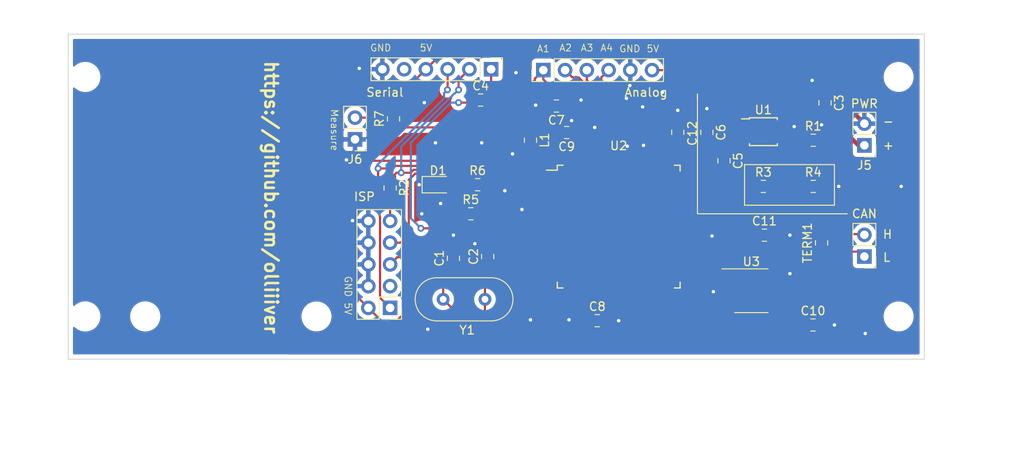
<source format=kicad_pcb>
(kicad_pcb (version 20171130) (host pcbnew "(5.1.5-0-10_14)")
  (layers (0 F.Cu signal) (31 B.Cu signal) (34 B.Paste user) (35 F.Paste user) (36 B.SilkS user) (37 F.SilkS user) (38 B.Mask user) (39 F.Mask user) (44 Edge.Cuts user))
  (net 0 "")
  (net 1 GND)
  (net 2 "Net-(C1-Pad1)")
  (net 3 "Net-(C2-Pad1)")
  (net 4 +12V)
  (net 5 "Net-(C4-Pad2)")
  (net 6 RESET)
  (net 7 +5V)
  (net 8 "Net-(C5-Pad1)")
  (net 9 "Net-(C7-Pad1)")
  (net 10 "Net-(C9-Pad2)")
  (net 11 "Net-(D1-Pad2)")
  (net 12 "Net-(J1-Pad5)")
  (net 13 RX)
  (net 14 TX)
  (net 15 "Net-(J2-Pad9)")
  (net 16 SCK)
  (net 17 "Net-(J2-Pad3)")
  (net 18 "Net-(J3-Pad4)")
  (net 19 "Net-(J3-Pad3)")
  (net 20 "Net-(J3-Pad2)")
  (net 21 "Net-(J4-Pad2)")
  (net 22 "Net-(J4-Pad1)")
  (net 23 "Net-(R1-Pad1)")
  (net 24 "Net-(R6-Pad2)")
  (net 25 "Net-(U1-Pad7)")
  (net 26 "Net-(U1-Pad6)")
  (net 27 "Net-(U1-Pad3)")
  (net 28 "Net-(U2-Pad57)")
  (net 29 "Net-(U2-Pad56)")
  (net 30 "Net-(U2-Pad55)")
  (net 31 "Net-(U2-Pad54)")
  (net 32 "Net-(U2-Pad51)")
  (net 33 "Net-(U2-Pad50)")
  (net 34 "Net-(U2-Pad49)")
  (net 35 "Net-(U2-Pad48)")
  (net 36 "Net-(U2-Pad47)")
  (net 37 "Net-(U2-Pad46)")
  (net 38 "Net-(U2-Pad45)")
  (net 39 "Net-(U2-Pad44)")
  (net 40 "Net-(U2-Pad43)")
  (net 41 "Net-(U2-Pad42)")
  (net 42 "Net-(U2-Pad41)")
  (net 43 "Net-(U2-Pad40)")
  (net 44 "Net-(U2-Pad39)")
  (net 45 "Net-(U2-Pad38)")
  (net 46 "Net-(U2-Pad37)")
  (net 47 "Net-(U2-Pad36)")
  (net 48 "Net-(U2-Pad35)")
  (net 49 "Net-(U2-Pad34)")
  (net 50 "Net-(U2-Pad33)")
  (net 51 "Net-(U2-Pad32)")
  (net 52 "Net-(U2-Pad31)")
  (net 53 "Net-(U2-Pad30)")
  (net 54 "Net-(U2-Pad29)")
  (net 55 "Net-(U2-Pad28)")
  (net 56 "Net-(U2-Pad27)")
  (net 57 "Net-(U2-Pad26)")
  (net 58 "Net-(U2-Pad25)")
  (net 59 "Net-(U2-Pad19)")
  (net 60 "Net-(U2-Pad18)")
  (net 61 "Net-(U2-Pad17)")
  (net 62 "Net-(U2-Pad16)")
  (net 63 "Net-(U2-Pad14)")
  (net 64 "Net-(U2-Pad13)")
  (net 65 "Net-(U2-Pad12)")
  (net 66 "Net-(U2-Pad10)")
  (net 67 "Net-(U2-Pad9)")
  (net 68 "Net-(U2-Pad8)")
  (net 69 "Net-(U2-Pad7)")
  (net 70 "Net-(U2-Pad6)")
  (net 71 "Net-(U2-Pad5)")
  (net 72 "Net-(U2-Pad4)")
  (net 73 "Net-(U2-Pad1)")
  (net 74 A1)
  (module Capacitor_SMD:C_0805_2012Metric_Pad1.15x1.40mm_HandSolder (layer F.Cu) (at 87.2 41.475 90)
    (fp_text reference C12 (at -0.125 1.7 90) (layer F.SilkS))
    (fp_text value 100nf)
    (pad 2 smd roundrect (at 1.025 0 90) (size 1.15 1.4) (layers F.Cu F.Paste F.Mask) (roundrect_rratio 0.217391) (net 1 GND))
    (pad 1 smd roundrect (at -1.025 0 90) (size 1.15 1.4) (layers F.Cu F.Paste F.Mask) (roundrect_rratio 0.217391) (net 7 +5V))
  )
  (module Resistor_SMD:R_0805_2012Metric_Pad1.15x1.40mm_HandSolder (layer F.Cu) (at 54 39.9 90)
    (fp_text reference R7 (at 0 -1.65 90) (layer F.SilkS))
    (fp_text value 1k)
    (pad 2 smd roundrect (at 1.025 0 90) (size 1.15 1.4) (layers F.Cu F.Paste F.Mask) (roundrect_rratio 0.217391) (net 7 +5V))
    (pad 1 smd roundrect (at -1.025 0 90) (size 1.15 1.4) (layers F.Cu F.Paste F.Mask) (roundrect_rratio 0.217391) (net 74 A1))
  )
  (module Connector_PinHeader_2.54mm:PinHeader_1x02_P2.54mm_Vertical (layer F.Cu) (at 49.5 42.3 180)
    (fp_text reference J6 (at 0 -2.33) (layer F.SilkS))
    (fp_text value Conn_01x02_Male)
    (pad 2 thru_hole oval (at 0 2.54 180) (size 1.7 1.7) (drill 1) (layers *.Cu *.Mask) (net 74 A1))
    (pad 1 thru_hole rect (at 0 0 180) (size 1.7 1.7) (drill 1) (layers *.Cu *.Mask) (net 1 GND))
  )
  (module Crystal:Crystal_HC49-4H_Vertical (layer F.Cu) (at 59.8 61)
    (fp_text reference Y1 (at 2.8 3.6) (layer F.SilkS))
    (fp_text value Crystal)
    (pad 2 thru_hole circle (at 4.88 0) (size 1.5 1.5) (drill 0.8) (layers *.Cu *.Mask) (net 3 "Net-(C2-Pad1)"))
    (pad 1 thru_hole circle (at 0 0) (size 1.5 1.5) (drill 0.8) (layers *.Cu *.Mask) (net 2 "Net-(C1-Pad1)"))
  )
  (module MountingHole:MountingHole_2.5mm (layer F.Cu) (at 45 63)
    (fp_text reference REF** hide)
    (fp_text value MountingHole_2.5mm hide)
    (pad 1 np_thru_hole circle (at 0 0) (size 2.5 2.5) (drill 2.5) (layers *.Cu *.Mask))
  )
  (module MountingHole:MountingHole_2.5mm (layer F.Cu) (at 25 63)
    (fp_text reference REF** hide)
    (fp_text value MountingHole_2.5mm hide)
    (pad 1 np_thru_hole circle (at 0 0) (size 2.5 2.5) (drill 2.5) (layers *.Cu *.Mask))
  )
  (module Package_QFP:TQFP-64_14x14mm_P0.8mm (layer F.Cu) (at 80.3 52.5)
    (fp_text reference U2 (at 0 -9.45) (layer F.SilkS))
    (fp_text value AT90CAN128-16AU)
    (pad 64 smd rect (at -6 -7.7 90) (size 1.5 0.55) (layers F.Cu F.Paste F.Mask) (net 10 "Net-(C9-Pad2)"))
    (pad 63 smd rect (at -5.2 -7.7 90) (size 1.5 0.55) (layers F.Cu F.Paste F.Mask) (net 1 GND))
    (pad 62 smd rect (at -4.4 -7.7 90) (size 1.5 0.55) (layers F.Cu F.Paste F.Mask) (net 9 "Net-(C7-Pad1)"))
    (pad 61 smd rect (at -3.6 -7.7 90) (size 1.5 0.55) (layers F.Cu F.Paste F.Mask) (net 74 A1))
    (pad 60 smd rect (at -2.8 -7.7 90) (size 1.5 0.55) (layers F.Cu F.Paste F.Mask) (net 20 "Net-(J3-Pad2)"))
    (pad 59 smd rect (at -2 -7.7 90) (size 1.5 0.55) (layers F.Cu F.Paste F.Mask) (net 19 "Net-(J3-Pad3)"))
    (pad 58 smd rect (at -1.2 -7.7 90) (size 1.5 0.55) (layers F.Cu F.Paste F.Mask) (net 18 "Net-(J3-Pad4)"))
    (pad 57 smd rect (at -0.4 -7.7 90) (size 1.5 0.55) (layers F.Cu F.Paste F.Mask) (net 28 "Net-(U2-Pad57)"))
    (pad 56 smd rect (at 0.4 -7.7 90) (size 1.5 0.55) (layers F.Cu F.Paste F.Mask) (net 29 "Net-(U2-Pad56)"))
    (pad 55 smd rect (at 1.2 -7.7 90) (size 1.5 0.55) (layers F.Cu F.Paste F.Mask) (net 30 "Net-(U2-Pad55)"))
    (pad 54 smd rect (at 2 -7.7 90) (size 1.5 0.55) (layers F.Cu F.Paste F.Mask) (net 31 "Net-(U2-Pad54)"))
    (pad 53 smd rect (at 2.8 -7.7 90) (size 1.5 0.55) (layers F.Cu F.Paste F.Mask) (net 1 GND))
    (pad 52 smd rect (at 3.6 -7.7 90) (size 1.5 0.55) (layers F.Cu F.Paste F.Mask) (net 7 +5V))
    (pad 51 smd rect (at 4.4 -7.7 90) (size 1.5 0.55) (layers F.Cu F.Paste F.Mask) (net 32 "Net-(U2-Pad51)"))
    (pad 50 smd rect (at 5.2 -7.7 90) (size 1.5 0.55) (layers F.Cu F.Paste F.Mask) (net 33 "Net-(U2-Pad50)"))
    (pad 49 smd rect (at 6 -7.7 90) (size 1.5 0.55) (layers F.Cu F.Paste F.Mask) (net 34 "Net-(U2-Pad49)"))
    (pad 48 smd rect (at 7.7 -6) (size 1.5 0.55) (layers F.Cu F.Paste F.Mask) (net 35 "Net-(U2-Pad48)"))
    (pad 47 smd rect (at 7.7 -5.2) (size 1.5 0.55) (layers F.Cu F.Paste F.Mask) (net 36 "Net-(U2-Pad47)"))
    (pad 46 smd rect (at 7.7 -4.4) (size 1.5 0.55) (layers F.Cu F.Paste F.Mask) (net 37 "Net-(U2-Pad46)"))
    (pad 45 smd rect (at 7.7 -3.6) (size 1.5 0.55) (layers F.Cu F.Paste F.Mask) (net 38 "Net-(U2-Pad45)"))
    (pad 44 smd rect (at 7.7 -2.8) (size 1.5 0.55) (layers F.Cu F.Paste F.Mask) (net 39 "Net-(U2-Pad44)"))
    (pad 43 smd rect (at 7.7 -2) (size 1.5 0.55) (layers F.Cu F.Paste F.Mask) (net 40 "Net-(U2-Pad43)"))
    (pad 42 smd rect (at 7.7 -1.2) (size 1.5 0.55) (layers F.Cu F.Paste F.Mask) (net 41 "Net-(U2-Pad42)"))
    (pad 41 smd rect (at 7.7 -0.4) (size 1.5 0.55) (layers F.Cu F.Paste F.Mask) (net 42 "Net-(U2-Pad41)"))
    (pad 40 smd rect (at 7.7 0.4) (size 1.5 0.55) (layers F.Cu F.Paste F.Mask) (net 43 "Net-(U2-Pad40)"))
    (pad 39 smd rect (at 7.7 1.2) (size 1.5 0.55) (layers F.Cu F.Paste F.Mask) (net 44 "Net-(U2-Pad39)"))
    (pad 38 smd rect (at 7.7 2) (size 1.5 0.55) (layers F.Cu F.Paste F.Mask) (net 45 "Net-(U2-Pad38)"))
    (pad 37 smd rect (at 7.7 2.8) (size 1.5 0.55) (layers F.Cu F.Paste F.Mask) (net 46 "Net-(U2-Pad37)"))
    (pad 36 smd rect (at 7.7 3.6) (size 1.5 0.55) (layers F.Cu F.Paste F.Mask) (net 47 "Net-(U2-Pad36)"))
    (pad 35 smd rect (at 7.7 4.4) (size 1.5 0.55) (layers F.Cu F.Paste F.Mask) (net 48 "Net-(U2-Pad35)"))
    (pad 34 smd rect (at 7.7 5.2) (size 1.5 0.55) (layers F.Cu F.Paste F.Mask) (net 49 "Net-(U2-Pad34)"))
    (pad 33 smd rect (at 7.7 6) (size 1.5 0.55) (layers F.Cu F.Paste F.Mask) (net 50 "Net-(U2-Pad33)"))
    (pad 32 smd rect (at 6 7.7 90) (size 1.5 0.55) (layers F.Cu F.Paste F.Mask) (net 51 "Net-(U2-Pad32)"))
    (pad 31 smd rect (at 5.2 7.7 90) (size 1.5 0.55) (layers F.Cu F.Paste F.Mask) (net 52 "Net-(U2-Pad31)"))
    (pad 30 smd rect (at 4.4 7.7 90) (size 1.5 0.55) (layers F.Cu F.Paste F.Mask) (net 53 "Net-(U2-Pad30)"))
    (pad 29 smd rect (at 3.6 7.7 90) (size 1.5 0.55) (layers F.Cu F.Paste F.Mask) (net 54 "Net-(U2-Pad29)"))
    (pad 28 smd rect (at 2.8 7.7 90) (size 1.5 0.55) (layers F.Cu F.Paste F.Mask) (net 55 "Net-(U2-Pad28)"))
    (pad 27 smd rect (at 2 7.7 90) (size 1.5 0.55) (layers F.Cu F.Paste F.Mask) (net 56 "Net-(U2-Pad27)"))
    (pad 26 smd rect (at 1.2 7.7 90) (size 1.5 0.55) (layers F.Cu F.Paste F.Mask) (net 57 "Net-(U2-Pad26)"))
    (pad 25 smd rect (at 0.4 7.7 90) (size 1.5 0.55) (layers F.Cu F.Paste F.Mask) (net 58 "Net-(U2-Pad25)"))
    (pad 24 smd rect (at -0.4 7.7 90) (size 1.5 0.55) (layers F.Cu F.Paste F.Mask) (net 2 "Net-(C1-Pad1)"))
    (pad 23 smd rect (at -1.2 7.7 90) (size 1.5 0.55) (layers F.Cu F.Paste F.Mask) (net 3 "Net-(C2-Pad1)"))
    (pad 22 smd rect (at -2 7.7 90) (size 1.5 0.55) (layers F.Cu F.Paste F.Mask) (net 1 GND))
    (pad 21 smd rect (at -2.8 7.7 90) (size 1.5 0.55) (layers F.Cu F.Paste F.Mask) (net 7 +5V))
    (pad 20 smd rect (at -3.6 7.7 90) (size 1.5 0.55) (layers F.Cu F.Paste F.Mask) (net 6 RESET))
    (pad 19 smd rect (at -4.4 7.7 90) (size 1.5 0.55) (layers F.Cu F.Paste F.Mask) (net 59 "Net-(U2-Pad19)"))
    (pad 18 smd rect (at -5.2 7.7 90) (size 1.5 0.55) (layers F.Cu F.Paste F.Mask) (net 60 "Net-(U2-Pad18)"))
    (pad 17 smd rect (at -6 7.7 90) (size 1.5 0.55) (layers F.Cu F.Paste F.Mask) (net 61 "Net-(U2-Pad17)"))
    (pad 16 smd rect (at -7.7 6) (size 1.5 0.55) (layers F.Cu F.Paste F.Mask) (net 62 "Net-(U2-Pad16)"))
    (pad 15 smd rect (at -7.7 5.2) (size 1.5 0.55) (layers F.Cu F.Paste F.Mask) (net 24 "Net-(R6-Pad2)"))
    (pad 14 smd rect (at -7.7 4.4) (size 1.5 0.55) (layers F.Cu F.Paste F.Mask) (net 63 "Net-(U2-Pad14)"))
    (pad 13 smd rect (at -7.7 3.6) (size 1.5 0.55) (layers F.Cu F.Paste F.Mask) (net 64 "Net-(U2-Pad13)"))
    (pad 12 smd rect (at -7.7 2.8) (size 1.5 0.55) (layers F.Cu F.Paste F.Mask) (net 65 "Net-(U2-Pad12)"))
    (pad 11 smd rect (at -7.7 2) (size 1.5 0.55) (layers F.Cu F.Paste F.Mask) (net 16 SCK))
    (pad 10 smd rect (at -7.7 1.2) (size 1.5 0.55) (layers F.Cu F.Paste F.Mask) (net 66 "Net-(U2-Pad10)"))
    (pad 9 smd rect (at -7.7 0.4) (size 1.5 0.55) (layers F.Cu F.Paste F.Mask) (net 67 "Net-(U2-Pad9)"))
    (pad 8 smd rect (at -7.7 -0.4) (size 1.5 0.55) (layers F.Cu F.Paste F.Mask) (net 68 "Net-(U2-Pad8)"))
    (pad 7 smd rect (at -7.7 -1.2) (size 1.5 0.55) (layers F.Cu F.Paste F.Mask) (net 69 "Net-(U2-Pad7)"))
    (pad 6 smd rect (at -7.7 -2) (size 1.5 0.55) (layers F.Cu F.Paste F.Mask) (net 70 "Net-(U2-Pad6)"))
    (pad 5 smd rect (at -7.7 -2.8) (size 1.5 0.55) (layers F.Cu F.Paste F.Mask) (net 71 "Net-(U2-Pad5)"))
    (pad 4 smd rect (at -7.7 -3.6) (size 1.5 0.55) (layers F.Cu F.Paste F.Mask) (net 72 "Net-(U2-Pad4)"))
    (pad 3 smd rect (at -7.7 -4.4) (size 1.5 0.55) (layers F.Cu F.Paste F.Mask) (net 14 TX))
    (pad 2 smd rect (at -7.7 -5.2) (size 1.5 0.55) (layers F.Cu F.Paste F.Mask) (net 13 RX))
    (pad 1 smd rect (at -7.7 -6) (size 1.5 0.55) (layers F.Cu F.Paste F.Mask) (net 73 "Net-(U2-Pad1)"))
  )
  (module MountingHole:MountingHole_2.5mm (layer F.Cu) (at 18 63)
    (fp_text reference REF** hide)
    (fp_text value MountingHole_2.5mm hide)
    (pad 1 np_thru_hole circle (at 0 0) (size 2.5 2.5) (drill 2.5) (layers *.Cu *.Mask))
  )
  (module MountingHole:MountingHole_2.5mm (layer F.Cu) (at 18 35)
    (fp_text reference REF** hide)
    (fp_text value MountingHole_2.5mm hide)
    (pad 1 np_thru_hole circle (at 0 0) (size 2.5 2.5) (drill 2.5) (layers *.Cu *.Mask))
  )
  (module MountingHole:MountingHole_2.5mm (layer F.Cu) (at 113 63)
    (fp_text reference REF** hide)
    (fp_text value MountingHole_2.5mm hide)
    (pad 1 np_thru_hole circle (at 0 0) (size 2.5 2.5) (drill 2.5) (layers *.Cu *.Mask))
  )
  (module MountingHole:MountingHole_2.5mm (layer F.Cu) (at 113 35)
    (fp_text reference REF** hide)
    (fp_text value MountingHole_2.5mm hide)
    (pad 1 np_thru_hole circle (at 0 0) (size 2.5 2.5) (drill 2.5) (layers *.Cu *.Mask))
  )
  (module Package_SO:SOIC-8_3.9x4.9mm_P1.27mm (layer F.Cu) (at 95.8 60)
    (fp_text reference U3 (at 0 -3.4) (layer F.SilkS))
    (fp_text value MCP2562-E-SN)
    (pad 8 smd roundrect (at 2.475 -1.905) (size 1.95 0.6) (layers F.Cu F.Paste F.Mask) (net 1 GND))
    (pad 7 smd roundrect (at 2.475 -0.635) (size 1.95 0.6) (layers F.Cu F.Paste F.Mask) (net 21 "Net-(J4-Pad2)"))
    (pad 6 smd roundrect (at 2.475 0.635) (size 1.95 0.6) (layers F.Cu F.Paste F.Mask) (net 22 "Net-(J4-Pad1)"))
    (pad 5 smd roundrect (at 2.475 1.905) (size 1.95 0.6) (layers F.Cu F.Paste F.Mask) (net 7 +5V))
    (pad 4 smd roundrect (at -2.475 1.905) (size 1.95 0.6) (layers F.Cu F.Paste F.Mask) (net 52 "Net-(U2-Pad31)"))
    (pad 3 smd roundrect (at -2.475 0.635) (size 1.95 0.6) (layers F.Cu F.Paste F.Mask) (net 7 +5V))
    (pad 2 smd roundrect (at -2.475 -0.635) (size 1.95 0.6) (layers F.Cu F.Paste F.Mask) (net 1 GND))
    (pad 1 smd roundrect (at -2.475 -1.905) (size 1.95 0.6) (layers F.Cu F.Paste F.Mask) (net 53 "Net-(U2-Pad30)"))
  )
  (module Package_SO:MSOP-8-1EP_3x3mm_P0.65mm_EP1.68x1.88mm (layer F.Cu) (at 97.2 41.4)
    (fp_text reference U1 (at 0 -2.55) (layer F.SilkS))
    (fp_text value LT3010)
    (pad 9 smd rect (at 0 0) (size 1.68 1.88) (layers F.Cu F.Mask) (net 1 GND))
    (pad 8 smd rect (at 2.105 -0.975) (size 0.89 0.42) (layers F.Cu F.Paste F.Mask) (net 4 +12V))
    (pad 7 smd rect (at 2.105 -0.325) (size 0.89 0.42) (layers F.Cu F.Paste F.Mask) (net 25 "Net-(U1-Pad7)"))
    (pad 6 smd rect (at 2.105 0.325) (size 0.89 0.42) (layers F.Cu F.Paste F.Mask) (net 26 "Net-(U1-Pad6)"))
    (pad 5 smd rect (at 2.105 0.975) (size 0.89 0.42) (layers F.Cu F.Paste F.Mask) (net 23 "Net-(R1-Pad1)"))
    (pad 4 smd rect (at -2.105 0.975) (size 0.89 0.42) (layers F.Cu F.Paste F.Mask) (net 1 GND))
    (pad 3 smd rect (at -2.105 0.325) (size 0.89 0.42) (layers F.Cu F.Paste F.Mask) (net 27 "Net-(U1-Pad3)"))
    (pad 2 smd rect (at -2.105 -0.325) (size 0.89 0.42) (layers F.Cu F.Paste F.Mask) (net 8 "Net-(C5-Pad1)"))
    (pad 1 smd rect (at -2.105 -0.975) (size 0.89 0.42) (layers F.Cu F.Paste F.Mask) (net 7 +5V))
  )
  (module Resistor_SMD:R_0805_2012Metric_Pad1.15x1.40mm_HandSolder (layer F.Cu) (at 104 54.4 90)
    (fp_text reference TERM1 (at 0 -1.65 90) (layer F.SilkS))
    (fp_text value 120)
    (pad 2 smd roundrect (at 1.025 0 90) (size 1.15 1.4) (layers F.Cu F.Paste F.Mask) (roundrect_rratio 0.217391) (net 21 "Net-(J4-Pad2)"))
    (pad 1 smd roundrect (at -1.025 0 90) (size 1.15 1.4) (layers F.Cu F.Paste F.Mask) (roundrect_rratio 0.217391) (net 22 "Net-(J4-Pad1)"))
  )
  (module Resistor_SMD:R_0805_2012Metric_Pad1.15x1.40mm_HandSolder (layer F.Cu) (at 63.825 47.6)
    (fp_text reference R6 (at 0 -1.65) (layer F.SilkS))
    (fp_text value 330)
    (pad 2 smd roundrect (at 1.025 0) (size 1.15 1.4) (layers F.Cu F.Paste F.Mask) (roundrect_rratio 0.217391) (net 24 "Net-(R6-Pad2)"))
    (pad 1 smd roundrect (at -1.025 0) (size 1.15 1.4) (layers F.Cu F.Paste F.Mask) (roundrect_rratio 0.217391) (net 11 "Net-(D1-Pad2)"))
  )
  (module Resistor_SMD:R_0805_2012Metric_Pad1.15x1.40mm_HandSolder (layer F.Cu) (at 63.025 51)
    (fp_text reference R5 (at 0 -1.65) (layer F.SilkS))
    (fp_text value 10k)
    (pad 2 smd roundrect (at 1.025 0) (size 1.15 1.4) (layers F.Cu F.Paste F.Mask) (roundrect_rratio 0.217391) (net 6 RESET))
    (pad 1 smd roundrect (at -1.025 0) (size 1.15 1.4) (layers F.Cu F.Paste F.Mask) (roundrect_rratio 0.217391) (net 7 +5V))
  )
  (module Resistor_SMD:R_0805_2012Metric_Pad1.15x1.40mm_HandSolder (layer F.Cu) (at 103.025 47.8)
    (fp_text reference R4 (at 0 -1.65) (layer F.SilkS))
    (fp_text value 169K)
    (pad 2 smd roundrect (at 1.025 0) (size 1.15 1.4) (layers F.Cu F.Paste F.Mask) (roundrect_rratio 0.217391) (net 1 GND))
    (pad 1 smd roundrect (at -1.025 0) (size 1.15 1.4) (layers F.Cu F.Paste F.Mask) (roundrect_rratio 0.217391) (net 8 "Net-(C5-Pad1)"))
  )
  (module Resistor_SMD:R_0805_2012Metric_Pad1.15x1.40mm_HandSolder (layer F.Cu) (at 97.2 47.8)
    (fp_text reference R3 (at 0 -1.65) (layer F.SilkS))
    (fp_text value 499K)
    (pad 2 smd roundrect (at 1.025 0) (size 1.15 1.4) (layers F.Cu F.Paste F.Mask) (roundrect_rratio 0.217391) (net 8 "Net-(C5-Pad1)"))
    (pad 1 smd roundrect (at -1.025 0) (size 1.15 1.4) (layers F.Cu F.Paste F.Mask) (roundrect_rratio 0.217391) (net 7 +5V))
  )
  (module Resistor_SMD:R_0805_2012Metric_Pad1.15x1.40mm_HandSolder (layer F.Cu) (at 53.6 47.975 270)
    (fp_text reference R2 (at 0 -1.65 90) (layer F.SilkS))
    (fp_text value 0)
    (pad 2 smd roundrect (at 1.025 0 270) (size 1.15 1.4) (layers F.Cu F.Paste F.Mask) (roundrect_rratio 0.217391) (net 15 "Net-(J2-Pad9)"))
    (pad 1 smd roundrect (at -1.025 0 270) (size 1.15 1.4) (layers F.Cu F.Paste F.Mask) (roundrect_rratio 0.217391) (net 14 TX))
  )
  (module Resistor_SMD:R_0805_2012Metric_Pad1.15x1.40mm_HandSolder (layer F.Cu) (at 103.025 42.4)
    (fp_text reference R1 (at 0 -1.65) (layer F.SilkS))
    (fp_text value 0)
    (pad 2 smd roundrect (at 1.025 0) (size 1.15 1.4) (layers F.Cu F.Paste F.Mask) (roundrect_rratio 0.217391) (net 4 +12V))
    (pad 1 smd roundrect (at -1.025 0) (size 1.15 1.4) (layers F.Cu F.Paste F.Mask) (roundrect_rratio 0.217391) (net 23 "Net-(R1-Pad1)"))
  )
  (module Inductor_SMD:L_0805_2012Metric_Pad1.15x1.40mm_HandSolder (layer F.Cu) (at 70 42.4 270)
    (fp_text reference L1 (at 0 -1.65 90) (layer F.SilkS))
    (fp_text value 10uH)
    (pad 2 smd roundrect (at 1.025 0 270) (size 1.15 1.4) (layers F.Cu F.Paste F.Mask) (roundrect_rratio 0.217391) (net 10 "Net-(C9-Pad2)"))
    (pad 1 smd roundrect (at -1.025 0 270) (size 1.15 1.4) (layers F.Cu F.Paste F.Mask) (roundrect_rratio 0.217391) (net 7 +5V))
  )
  (module Connector_PinHeader_2.54mm:PinHeader_1x02_P2.54mm_Vertical (layer F.Cu) (at 109 43 180)
    (fp_text reference J5 (at 0 -2.33) (layer F.SilkS))
    (fp_text value PWR (at 0 4.87) (layer F.SilkS))
    (pad 2 thru_hole oval (at 0 2.54 180) (size 1.7 1.7) (drill 1) (layers *.Cu *.Mask) (net 1 GND))
    (pad 1 thru_hole rect (at 0 0 180) (size 1.7 1.7) (drill 1) (layers *.Cu *.Mask) (net 4 +12V))
  )
  (module Connector_PinHeader_2.54mm:PinHeader_1x02_P2.54mm_Vertical (layer F.Cu) (at 109 56 180)
    (fp_text reference J4 hide)
    (fp_text value CAN (at 0 5) (layer F.SilkS))
    (pad 2 thru_hole oval (at 0 2.54 180) (size 1.7 1.7) (drill 1) (layers *.Cu *.Mask) (net 21 "Net-(J4-Pad2)"))
    (pad 1 thru_hole rect (at 0 0 180) (size 1.7 1.7) (drill 1) (layers *.Cu *.Mask) (net 22 "Net-(J4-Pad1)"))
  )
  (module Connector_PinHeader_2.54mm:PinHeader_1x06_P2.54mm_Vertical (layer F.Cu) (at 71.5 34.2 90)
    (fp_text reference J3)
    (fp_text value Analog (at -2.6 12 180) (layer F.SilkS))
    (pad 6 thru_hole oval (at 0 12.7 90) (size 1.7 1.7) (drill 1) (layers *.Cu *.Mask) (net 7 +5V))
    (pad 5 thru_hole oval (at 0 10.16 90) (size 1.7 1.7) (drill 1) (layers *.Cu *.Mask) (net 1 GND))
    (pad 4 thru_hole oval (at 0 7.62 90) (size 1.7 1.7) (drill 1) (layers *.Cu *.Mask) (net 18 "Net-(J3-Pad4)"))
    (pad 3 thru_hole oval (at 0 5.08 90) (size 1.7 1.7) (drill 1) (layers *.Cu *.Mask) (net 19 "Net-(J3-Pad3)"))
    (pad 2 thru_hole oval (at 0 2.54 90) (size 1.7 1.7) (drill 1) (layers *.Cu *.Mask) (net 20 "Net-(J3-Pad2)"))
    (pad 1 thru_hole rect (at 0 0 90) (size 1.7 1.7) (drill 1) (layers *.Cu *.Mask) (net 74 A1))
  )
  (module Connector_PinHeader_2.54mm:PinHeader_2x05_P2.54mm_Vertical (layer F.Cu) (at 53.6 62 180)
    (fp_text reference J2)
    (fp_text value ISP (at 3 13) (layer F.SilkS))
    (pad 10 thru_hole oval (at 2.54 10.16 180) (size 1.7 1.7) (drill 1) (layers *.Cu *.Mask) (net 1 GND))
    (pad 9 thru_hole oval (at 0 10.16 180) (size 1.7 1.7) (drill 1) (layers *.Cu *.Mask) (net 15 "Net-(J2-Pad9)"))
    (pad 8 thru_hole oval (at 2.54 7.62 180) (size 1.7 1.7) (drill 1) (layers *.Cu *.Mask) (net 1 GND))
    (pad 7 thru_hole oval (at 0 7.62 180) (size 1.7 1.7) (drill 1) (layers *.Cu *.Mask) (net 16 SCK))
    (pad 6 thru_hole oval (at 2.54 5.08 180) (size 1.7 1.7) (drill 1) (layers *.Cu *.Mask) (net 1 GND))
    (pad 5 thru_hole oval (at 0 5.08 180) (size 1.7 1.7) (drill 1) (layers *.Cu *.Mask) (net 6 RESET))
    (pad 4 thru_hole oval (at 2.54 2.54 180) (size 1.7 1.7) (drill 1) (layers *.Cu *.Mask) (net 1 GND))
    (pad 3 thru_hole oval (at 0 2.54 180) (size 1.7 1.7) (drill 1) (layers *.Cu *.Mask) (net 17 "Net-(J2-Pad3)"))
    (pad 2 thru_hole oval (at 2.54 0 180) (size 1.7 1.7) (drill 1) (layers *.Cu *.Mask) (net 7 +5V))
    (pad 1 thru_hole rect (at 0 0 180) (size 1.7 1.7) (drill 1) (layers *.Cu *.Mask) (net 13 RX))
  )
  (module Connector_PinHeader_2.54mm:PinHeader_1x06_P2.54mm_Vertical (layer F.Cu) (at 65.4 34.1 270)
    (fp_text reference J1)
    (fp_text value Serial (at 2.7 12.4 180) (layer F.SilkS))
    (pad 6 thru_hole oval (at 0 12.7 270) (size 1.7 1.7) (drill 1) (layers *.Cu *.Mask) (net 1 GND))
    (pad 5 thru_hole oval (at 0 10.16 270) (size 1.7 1.7) (drill 1) (layers *.Cu *.Mask) (net 12 "Net-(J1-Pad5)"))
    (pad 4 thru_hole oval (at 0 7.62 270) (size 1.7 1.7) (drill 1) (layers *.Cu *.Mask) (net 7 +5V))
    (pad 3 thru_hole oval (at 0 5.08 270) (size 1.7 1.7) (drill 1) (layers *.Cu *.Mask) (net 13 RX))
    (pad 2 thru_hole oval (at 0 2.54 270) (size 1.7 1.7) (drill 1) (layers *.Cu *.Mask) (net 14 TX))
    (pad 1 thru_hole rect (at 0 0 270) (size 1.7 1.7) (drill 1) (layers *.Cu *.Mask) (net 5 "Net-(C4-Pad2)"))
  )
  (module LED_SMD:LED_0805_2012Metric_Pad1.15x1.40mm_HandSolder (layer F.Cu) (at 59.2 47.6)
    (fp_text reference D1 (at 0 -1.65) (layer F.SilkS))
    (fp_text value LED)
    (pad 2 smd roundrect (at 1.025 0) (size 1.15 1.4) (layers F.Cu F.Paste F.Mask) (roundrect_rratio 0.217391) (net 11 "Net-(D1-Pad2)"))
    (pad 1 smd roundrect (at -1.025 0) (size 1.15 1.4) (layers F.Cu F.Paste F.Mask) (roundrect_rratio 0.217391) (net 1 GND))
  )
  (module Capacitor_SMD:C_0805_2012Metric_Pad1.15x1.40mm_HandSolder (layer F.Cu) (at 97.325 53.5)
    (fp_text reference C11 (at 0 -1.65) (layer F.SilkS))
    (fp_text value 100nf)
    (pad 2 smd roundrect (at 1.025 0) (size 1.15 1.4) (layers F.Cu F.Paste F.Mask) (roundrect_rratio 0.217391) (net 1 GND))
    (pad 1 smd roundrect (at -1.025 0) (size 1.15 1.4) (layers F.Cu F.Paste F.Mask) (roundrect_rratio 0.217391) (net 7 +5V))
  )
  (module Capacitor_SMD:C_0805_2012Metric_Pad1.15x1.40mm_HandSolder (layer F.Cu) (at 103 64)
    (fp_text reference C10 (at 0 -1.65) (layer F.SilkS))
    (fp_text value 100nf)
    (pad 2 smd roundrect (at 1.025 0) (size 1.15 1.4) (layers F.Cu F.Paste F.Mask) (roundrect_rratio 0.217391) (net 1 GND))
    (pad 1 smd roundrect (at -1.025 0) (size 1.15 1.4) (layers F.Cu F.Paste F.Mask) (roundrect_rratio 0.217391) (net 7 +5V))
  )
  (module Capacitor_SMD:C_0805_2012Metric_Pad1.15x1.40mm_HandSolder (layer F.Cu) (at 74.225 41.5 180)
    (fp_text reference C9 (at 0 -1.65) (layer F.SilkS))
    (fp_text value 100nf)
    (pad 2 smd roundrect (at 1.025 0 180) (size 1.15 1.4) (layers F.Cu F.Paste F.Mask) (roundrect_rratio 0.217391) (net 10 "Net-(C9-Pad2)"))
    (pad 1 smd roundrect (at -1.025 0 180) (size 1.15 1.4) (layers F.Cu F.Paste F.Mask) (roundrect_rratio 0.217391) (net 1 GND))
  )
  (module Capacitor_SMD:C_0805_2012Metric_Pad1.15x1.40mm_HandSolder (layer F.Cu) (at 77.8 63.5)
    (fp_text reference C8 (at 0 -1.65) (layer F.SilkS))
    (fp_text value 100nf)
    (pad 2 smd roundrect (at 1.025 0) (size 1.15 1.4) (layers F.Cu F.Paste F.Mask) (roundrect_rratio 0.217391) (net 1 GND))
    (pad 1 smd roundrect (at -1.025 0) (size 1.15 1.4) (layers F.Cu F.Paste F.Mask) (roundrect_rratio 0.217391) (net 7 +5V))
  )
  (module Capacitor_SMD:C_0805_2012Metric_Pad1.15x1.40mm_HandSolder (layer F.Cu) (at 73.025 38.4 180)
    (fp_text reference C7 (at 0 -1.65) (layer F.SilkS))
    (fp_text value 100nf)
    (pad 2 smd roundrect (at 1.025 0 180) (size 1.15 1.4) (layers F.Cu F.Paste F.Mask) (roundrect_rratio 0.217391) (net 1 GND))
    (pad 1 smd roundrect (at -1.025 0 180) (size 1.15 1.4) (layers F.Cu F.Paste F.Mask) (roundrect_rratio 0.217391) (net 9 "Net-(C7-Pad1)"))
  )
  (module Capacitor_SMD:C_0805_2012Metric_Pad1.15x1.40mm_HandSolder (layer F.Cu) (at 90.6 41.475 270)
    (fp_text reference C6 (at 0 -1.65 90) (layer F.SilkS))
    (fp_text value 1uF)
    (pad 2 smd roundrect (at 1.025 0 270) (size 1.15 1.4) (layers F.Cu F.Paste F.Mask) (roundrect_rratio 0.217391) (net 7 +5V))
    (pad 1 smd roundrect (at -1.025 0 270) (size 1.15 1.4) (layers F.Cu F.Paste F.Mask) (roundrect_rratio 0.217391) (net 1 GND))
  )
  (module Capacitor_SMD:C_0805_2012Metric_Pad1.15x1.40mm_HandSolder (layer F.Cu) (at 92.6 44.8 270)
    (fp_text reference C5 (at 0 -1.65 90) (layer F.SilkS))
    (fp_text value 220pf)
    (pad 2 smd roundrect (at 1.025 0 270) (size 1.15 1.4) (layers F.Cu F.Paste F.Mask) (roundrect_rratio 0.217391) (net 7 +5V))
    (pad 1 smd roundrect (at -1.025 0 270) (size 1.15 1.4) (layers F.Cu F.Paste F.Mask) (roundrect_rratio 0.217391) (net 8 "Net-(C5-Pad1)"))
  )
  (module Capacitor_SMD:C_0805_2012Metric_Pad1.15x1.40mm_HandSolder (layer F.Cu) (at 64.175 37.7)
    (fp_text reference C4 (at 0 -1.65) (layer F.SilkS))
    (fp_text value 100nf)
    (pad 2 smd roundrect (at 1.025 0) (size 1.15 1.4) (layers F.Cu F.Paste F.Mask) (roundrect_rratio 0.217391) (net 5 "Net-(C4-Pad2)"))
    (pad 1 smd roundrect (at -1.025 0) (size 1.15 1.4) (layers F.Cu F.Paste F.Mask) (roundrect_rratio 0.217391) (net 6 RESET))
  )
  (module Capacitor_SMD:C_0805_2012Metric_Pad1.15x1.40mm_HandSolder (layer F.Cu) (at 104.4 38.025 270)
    (fp_text reference C3 (at 0 -1.65 90) (layer F.SilkS))
    (fp_text value 1uF)
    (pad 2 smd roundrect (at 1.025 0 270) (size 1.15 1.4) (layers F.Cu F.Paste F.Mask) (roundrect_rratio 0.217391) (net 4 +12V))
    (pad 1 smd roundrect (at -1.025 0 270) (size 1.15 1.4) (layers F.Cu F.Paste F.Mask) (roundrect_rratio 0.217391) (net 1 GND))
  )
  (module Capacitor_SMD:C_0805_2012Metric_Pad1.15x1.40mm_HandSolder (layer F.Cu) (at 65 56 90)
    (fp_text reference C2 (at 0 -1.65 90) (layer F.SilkS))
    (fp_text value 22p)
    (pad 2 smd roundrect (at 1.025 0 90) (size 1.15 1.4) (layers F.Cu F.Paste F.Mask) (roundrect_rratio 0.217391) (net 1 GND))
    (pad 1 smd roundrect (at -1.025 0 90) (size 1.15 1.4) (layers F.Cu F.Paste F.Mask) (roundrect_rratio 0.217391) (net 3 "Net-(C2-Pad1)"))
  )
  (module Capacitor_SMD:C_0805_2012Metric_Pad1.15x1.40mm_HandSolder (layer F.Cu) (at 61 56.2 90)
    (fp_text reference C1 (at 0 -1.65 90) (layer F.SilkS))
    (fp_text value 22p)
    (pad 2 smd roundrect (at 1.025 0 90) (size 1.15 1.4) (layers F.Cu F.Paste F.Mask) (roundrect_rratio 0.217391) (net 1 GND))
    (pad 1 smd roundrect (at -1.025 0 90) (size 1.15 1.4) (layers F.Cu F.Paste F.Mask) (roundrect_rratio 0.217391) (net 2 "Net-(C1-Pad1)"))
  )
  (gr_line (start 89.5 37) (end 89.5 37.5) (layer F.SilkS) (width 0.12))
  (gr_line (start 89.5 51) (end 89.5 37) (layer F.SilkS) (width 0.12))
  (gr_line (start 107 51) (end 89.5 51) (layer F.SilkS) (width 0.12))
  (gr_text https://github.com/olliiiver (at 39.7 49.1 270) (layer F.SilkS) (effects (font (size 1.5 1.5) (thickness 0.3))))
  (gr_text 5V (at 48.7 62.1 270) (layer F.SilkS) (effects (font (size 0.8 0.8) (thickness 0.1))))
  (gr_text GND (at 48.7 59.5 270) (layer F.SilkS) (effects (font (size 0.8 0.8) (thickness 0.1))))
  (gr_text Measure (at 47.1 41.2 270) (layer F.SilkS) (effects (font (size 0.8 0.8) (thickness 0.1))))
  (gr_text A4 (at 78.9 31.6) (layer F.SilkS) (effects (font (size 0.8 0.8) (thickness 0.1))))
  (gr_text A3 (at 76.6 31.6) (layer F.SilkS) (effects (font (size 0.8 0.8) (thickness 0.1))))
  (gr_text A2 (at 74.1 31.6) (layer F.SilkS) (effects (font (size 0.8 0.8) (thickness 0.1))))
  (gr_text A1 (at 71.5 31.7) (layer F.SilkS) (effects (font (size 0.8 0.8) (thickness 0.1))))
  (gr_text GND (at 81.6 31.7) (layer F.SilkS) (effects (font (size 0.8 0.8) (thickness 0.1))))
  (gr_text 5V (at 84.3 31.7) (layer F.SilkS) (effects (font (size 0.8 0.8) (thickness 0.1))))
  (gr_text 5V (at 57.8 31.6) (layer F.SilkS) (effects (font (size 0.8 0.8) (thickness 0.1))))
  (gr_text GND (at 52.5 31.6) (layer F.SilkS) (effects (font (size 0.8 0.8) (thickness 0.1))))
  (gr_line (start 105.5 50) (end 105.5 45.25) (layer F.SilkS) (width 0.12))
  (gr_line (start 95 50) (end 105.5 50) (layer F.SilkS) (width 0.12))
  (gr_line (start 95 45.25) (end 95 50) (layer F.SilkS) (width 0.12))
  (gr_line (start 105.5 45.25) (end 95 45.25) (layer F.SilkS) (width 0.12))
  (gr_text L (at 111.6 56.1) (layer F.SilkS) (effects (font (size 1 1))))
  (gr_text "H\n" (at 111.7 53.4) (layer F.SilkS) (effects (font (size 1 1))))
  (gr_text - (at 111.8 40.2) (layer F.SilkS) (effects (font (size 1 1))))
  (gr_text + (at 111.8 43) (layer F.SilkS) (effects (font (size 1 1))))
  (gr_line (start 116 30) (end 116 68) (layer Edge.Cuts) (width 0.1))
  (gr_line (start 16 30) (end 116 30) (layer Edge.Cuts) (width 0.1))
  (gr_line (start 16 68) (end 16 30) (layer Edge.Cuts) (width 0.1))
  (gr_line (start 116 68) (end 16 68) (layer Edge.Cuts) (width 0.1))
  (via (at 100.3 53.5) (size 0.8) (drill 0.4) (layers F.Cu B.Cu) (net 1))
  (segment (start 78.3 62.275) (end 78.3 60.2) (width 0.25) (layer F.Cu) (net 1))
  (segment (start 78.825 62.8) (end 78.3 62.275) (width 0.25) (layer F.Cu) (net 1))
  (segment (start 78.825 63.5) (end 78.825 62.8) (width 0.25) (layer F.Cu) (net 1))
  (segment (start 100.3 53.5) (end 98.35 53.5) (width 0.25) (layer F.Cu) (net 1))
  (via (at 100.3 58) (size 0.8) (drill 0.4) (layers F.Cu B.Cu) (net 1))
  (segment (start 98.37 58) (end 98.275 58.095) (width 0.25) (layer F.Cu) (net 1))
  (segment (start 100.3 58) (end 98.37 58) (width 0.25) (layer F.Cu) (net 1))
  (via (at 105.5 64) (size 0.8) (drill 0.4) (layers F.Cu B.Cu) (net 1))
  (via (at 90.6 38.7) (size 0.8) (drill 0.4) (layers F.Cu B.Cu) (net 1))
  (via (at 80.3 63.5) (size 0.8) (drill 0.4) (layers F.Cu B.Cu) (net 1))
  (segment (start 78.825 63.5) (end 80.3 63.5) (width 0.25) (layer F.Cu) (net 1))
  (via (at 63.5 54.5) (size 0.8) (drill 0.4) (layers F.Cu B.Cu) (net 1))
  (via (at 61 53.5) (size 0.8) (drill 0.4) (layers F.Cu B.Cu) (net 1))
  (via (at 83.2 43) (size 0.8) (drill 0.4) (layers F.Cu B.Cu) (net 1))
  (via (at 74.8 40.1) (size 0.8) (drill 0.4) (layers F.Cu B.Cu) (net 1))
  (segment (start 83.1 43.1) (end 83.2 43) (width 0.25) (layer F.Cu) (net 1))
  (segment (start 83.1 44.8) (end 83.1 43.1) (width 0.25) (layer F.Cu) (net 1))
  (via (at 81.6 36) (size 0.8) (drill 0.4) (layers F.Cu B.Cu) (net 1))
  (segment (start 81.66 35.94) (end 81.6 36) (width 0.25) (layer F.Cu) (net 1))
  (segment (start 81.66 34.2) (end 81.66 35.94) (width 0.25) (layer F.Cu) (net 1))
  (via (at 70.6 38.3) (size 0.8) (drill 0.4) (layers F.Cu B.Cu) (net 1))
  (via (at 57 47.6) (size 0.8) (drill 0.4) (layers F.Cu B.Cu) (net 1))
  (via (at 49.2 51.8) (size 0.8) (drill 0.4) (layers F.Cu B.Cu) (net 1))
  (segment (start 51.02 51.8) (end 51.06 51.84) (width 0.25) (layer F.Cu) (net 1))
  (segment (start 49.2 51.8) (end 51.02 51.8) (width 0.25) (layer F.Cu) (net 1))
  (segment (start 51.06 51.84) (end 51.06 59.46) (width 0.25) (layer F.Cu) (net 1))
  (segment (start 97.2 41.5) (end 96.325 42.375) (width 0.25) (layer F.Cu) (net 1))
  (segment (start 97.2 41.4) (end 97.2 41.5) (width 0.25) (layer F.Cu) (net 1))
  (via (at 106 47.8) (size 0.8) (drill 0.4) (layers F.Cu B.Cu) (net 1))
  (segment (start 104.05 47.8) (end 106 47.8) (width 0.25) (layer F.Cu) (net 1))
  (via (at 91.2 53.6) (size 0.8) (drill 0.4) (layers F.Cu B.Cu) (net 1))
  (segment (start 97.2 40.05) (end 97.2 41.4) (width 0.25) (layer F.Cu) (net 1))
  (segment (start 100.25 37) (end 97.2 40.05) (width 0.25) (layer F.Cu) (net 1))
  (segment (start 104.4 37) (end 100.25 37) (width 0.25) (layer F.Cu) (net 1))
  (via (at 59.5 49.8) (size 0.8) (drill 0.4) (layers F.Cu B.Cu) (net 1))
  (via (at 50 34) (size 0.8) (drill 0.4) (layers F.Cu B.Cu) (net 1))
  (segment (start 50.1 34.1) (end 50 34) (width 0.25) (layer F.Cu) (net 1))
  (segment (start 52.7 34.1) (end 50.1 34.1) (width 0.25) (layer F.Cu) (net 1))
  (via (at 48.5 44.7) (size 0.8) (drill 0.4) (layers F.Cu B.Cu) (net 1))
  (segment (start 49.5 43.7) (end 49.5 42.3) (width 0.25) (layer F.Cu) (net 1))
  (segment (start 48.5 44.7) (end 49.5 43.7) (width 0.25) (layer F.Cu) (net 1))
  (via (at 57.6 38) (size 0.8) (drill 0.4) (layers F.Cu B.Cu) (net 1))
  (via (at 100.8 40.8) (size 0.8) (drill 0.4) (layers F.Cu B.Cu) (net 1))
  (segment (start 93.325 59.365) (end 92.10532 59.365) (width 0.25) (layer F.Cu) (net 1))
  (via (at 91.35926 60.11106) (size 0.8) (drill 0.4) (layers F.Cu B.Cu) (net 1))
  (segment (start 92.10532 59.365) (end 91.35926 60.11106) (width 0.25) (layer F.Cu) (net 1))
  (segment (start 56.8 47.6) (end 58.175 47.6) (width 0.25) (layer F.Cu) (net 1))
  (via (at 68.3 34.5) (size 0.8) (drill 0.4) (layers F.Cu B.Cu) (net 1))
  (via (at 58 64.5) (size 0.8) (drill 0.4) (layers F.Cu B.Cu) (net 1))
  (via (at 109.1 65) (size 0.8) (drill 0.4) (layers F.Cu B.Cu) (net 1))
  (via (at 102.9 35.4) (size 0.8) (drill 0.4) (layers F.Cu B.Cu) (net 1))
  (via (at 113.3 47.8) (size 0.8) (drill 0.4) (layers F.Cu B.Cu) (net 1))
  (segment (start 105.54 37) (end 104.4 37) (width 0.5) (layer F.Cu) (net 1))
  (segment (start 109 40.46) (end 105.54 37) (width 0.5) (layer F.Cu) (net 1))
  (segment (start 61 55.175) (end 61 53.5) (width 0.25) (layer F.Cu) (net 1))
  (segment (start 63.975 54.975) (end 63.5 54.5) (width 0.25) (layer F.Cu) (net 1))
  (segment (start 65 54.975) (end 63.975 54.975) (width 0.25) (layer F.Cu) (net 1))
  (via (at 67.9 44) (size 0.8) (drill 0.4) (layers F.Cu B.Cu) (net 1))
  (segment (start 70.7 38.4) (end 70.6 38.3) (width 0.25) (layer F.Cu) (net 1))
  (segment (start 72 38.4) (end 70.7 38.4) (width 0.25) (layer F.Cu) (net 1))
  (segment (start 75.25 40.55) (end 74.8 40.1) (width 0.25) (layer F.Cu) (net 1))
  (segment (start 75.25 41.5) (end 75.25 40.55) (width 0.25) (layer F.Cu) (net 1))
  (segment (start 75.2 44.7) (end 75.2 43) (width 0.25) (layer F.Cu) (net 1))
  (segment (start 75.1 44.8) (end 75.2 44.7) (width 0.25) (layer F.Cu) (net 1))
  (segment (start 75.2 41.55) (end 75.25 41.5) (width 0.25) (layer F.Cu) (net 1))
  (segment (start 75.2 43) (end 75.2 41.55) (width 0.25) (layer F.Cu) (net 1))
  (segment (start 75.2 43.2) (end 75.2 43) (width 0.25) (layer F.Cu) (net 1))
  (segment (start 90.6 38.7) (end 90.6 40.45) (width 0.25) (layer F.Cu) (net 1))
  (via (at 87.2 38.9) (size 0.8) (drill 0.4) (layers F.Cu B.Cu) (net 1))
  (segment (start 87.2 40.45) (end 87.2 38.9) (width 0.25) (layer F.Cu) (net 1))
  (via (at 81.3 43.1) (size 0.8) (drill 0.4) (layers F.Cu B.Cu) (net 1))
  (via (at 81.2 37.5) (size 0.8) (drill 0.4) (layers F.Cu B.Cu) (net 1))
  (via (at 85.4 36.8) (size 0.8) (drill 0.4) (layers F.Cu B.Cu) (net 1))
  (via (at 74.5 63.4) (size 0.8) (drill 0.4) (layers F.Cu B.Cu) (net 1))
  (via (at 70 63.4) (size 0.8) (drill 0.4) (layers F.Cu B.Cu) (net 1))
  (via (at 77.5 40.9) (size 0.8) (drill 0.4) (layers F.Cu B.Cu) (net 1))
  (via (at 75.9 37.7) (size 0.8) (drill 0.4) (layers F.Cu B.Cu) (net 1))
  (via (at 58.9 42.7) (size 0.8) (drill 0.4) (layers F.Cu B.Cu) (net 1))
  (via (at 64.3 42.7) (size 0.8) (drill 0.4) (layers F.Cu B.Cu) (net 1))
  (via (at 57.3 51) (size 0.8) (drill 0.4) (layers F.Cu B.Cu) (net 1))
  (via (at 67 48.3) (size 0.8) (drill 0.4) (layers F.Cu B.Cu) (net 1))
  (via (at 69 50.5) (size 0.8) (drill 0.4) (layers F.Cu B.Cu) (net 1))
  (via (at 83.1 38.5) (size 0.8) (drill 0.4) (layers F.Cu B.Cu) (net 1))
  (segment (start 105.5 64) (end 104.025 64) (width 0.25) (layer F.Cu) (net 1))
  (segment (start 96.325 42.375) (end 95.095 42.375) (width 0.25) (layer F.Cu) (net 1))
  (via (at 104 40.6) (size 0.8) (drill 0.4) (layers F.Cu B.Cu) (net 1))
  (segment (start 79.9 61.2) (end 79.9 60.2) (width 0.25) (layer F.Cu) (net 2))
  (segment (start 81.475011 62.775011) (end 79.9 61.2) (width 0.25) (layer F.Cu) (net 2))
  (segment (start 80.109412 65.4) (end 81.475011 64.034401) (width 0.25) (layer F.Cu) (net 2))
  (segment (start 81.475011 64.034401) (end 81.475011 62.775011) (width 0.25) (layer F.Cu) (net 2))
  (segment (start 64.2 65.4) (end 80.109412 65.4) (width 0.25) (layer F.Cu) (net 2))
  (segment (start 59.8 61) (end 64.2 65.4) (width 0.25) (layer F.Cu) (net 2))
  (segment (start 59.8 61) (end 59.6 61) (width 0.25) (layer F.Cu) (net 2))
  (segment (start 59.8 61) (end 60 60.8) (width 0.25) (layer F.Cu) (net 2))
  (segment (start 59.8 57.725) (end 60.3 57.225) (width 0.25) (layer F.Cu) (net 2))
  (segment (start 60.3 57.225) (end 61 57.225) (width 0.25) (layer F.Cu) (net 2))
  (segment (start 59.8 61) (end 59.8 57.725) (width 0.25) (layer F.Cu) (net 2))
  (segment (start 81.025001 63.125001) (end 79.1 61.2) (width 0.25) (layer F.Cu) (net 3))
  (segment (start 81.025001 63.848001) (end 81.025001 63.125001) (width 0.25) (layer F.Cu) (net 3))
  (segment (start 79.1 61.2) (end 79.1 60.2) (width 0.25) (layer F.Cu) (net 3))
  (segment (start 80.073002 64.8) (end 81.025001 63.848001) (width 0.25) (layer F.Cu) (net 3))
  (segment (start 66.2 64.8) (end 80.073002 64.8) (width 0.25) (layer F.Cu) (net 3))
  (segment (start 64.68 63.28) (end 66.2 64.8) (width 0.25) (layer F.Cu) (net 3))
  (segment (start 64.68 56.62) (end 64.68 63.28) (width 0.25) (layer F.Cu) (net 3))
  (segment (start 64.7375 56.5625) (end 64.68 56.62) (width 0.25) (layer F.Cu) (net 3))
  (segment (start 100.68 39.05) (end 99.305 40.425) (width 0.25) (layer F.Cu) (net 4))
  (segment (start 104.4 39.05) (end 100.68 39.05) (width 0.25) (layer F.Cu) (net 4))
  (segment (start 109 43) (end 108.9 43.1) (width 0.25) (layer F.Cu) (net 4))
  (segment (start 104.407999 39.1) (end 104.407999 39.057999) (width 0.5) (layer F.Cu) (net 4))
  (segment (start 104.407999 39.057999) (end 104.4 39.05) (width 0.5) (layer F.Cu) (net 4))
  (segment (start 108.307999 43) (end 104.407999 39.1) (width 0.5) (layer F.Cu) (net 4))
  (segment (start 109 43) (end 108.307999 43) (width 0.5) (layer F.Cu) (net 4))
  (segment (start 107.954 42.646001) (end 104.296001 42.646001) (width 0.25) (layer F.Cu) (net 4))
  (segment (start 104.296001 42.646001) (end 104.05 42.4) (width 0.25) (layer F.Cu) (net 4))
  (segment (start 108.307999 43) (end 107.954 42.646001) (width 0.25) (layer F.Cu) (net 4))
  (segment (start 65.4 37.5) (end 65.4 34.1) (width 0.25) (layer F.Cu) (net 5))
  (segment (start 65.2 37.7) (end 65.4 37.5) (width 0.25) (layer F.Cu) (net 5))
  (via (at 57.2 52.7) (size 0.8) (drill 0.4) (layers F.Cu B.Cu) (net 6))
  (segment (start 58.1 52.7) (end 58.3 52.9) (width 0.25) (layer F.Cu) (net 6))
  (segment (start 57.2 52.7) (end 58.1 52.7) (width 0.25) (layer F.Cu) (net 6))
  (via (at 61.6 38) (size 0.8) (drill 0.4) (layers F.Cu B.Cu) (net 6))
  (segment (start 60.7 38) (end 61.6 38) (width 0.25) (layer B.Cu) (net 6))
  (segment (start 56.025001 42.674999) (end 60.7 38) (width 0.25) (layer B.Cu) (net 6))
  (segment (start 56.025001 51.525001) (end 56.025001 42.674999) (width 0.25) (layer B.Cu) (net 6))
  (segment (start 57.2 52.7) (end 56.025001 51.525001) (width 0.25) (layer B.Cu) (net 6))
  (segment (start 62.85 38) (end 63.15 37.7) (width 0.25) (layer F.Cu) (net 6))
  (segment (start 61.6 38) (end 62.85 38) (width 0.25) (layer F.Cu) (net 6))
  (segment (start 65.6114 49.9886) (end 65.6114 49.97499) (width 0.25) (layer F.Cu) (net 6))
  (segment (start 64.6 51) (end 65.6114 49.9886) (width 0.25) (layer F.Cu) (net 6))
  (segment (start 64.05 51) (end 64.6 51) (width 0.25) (layer F.Cu) (net 6))
  (segment (start 61.43682 49.97499) (end 65.6114 49.97499) (width 0.25) (layer F.Cu) (net 6))
  (segment (start 58.51181 52.9) (end 61.43682 49.97499) (width 0.25) (layer F.Cu) (net 6))
  (segment (start 58.3 52.9) (end 58.51181 52.9) (width 0.25) (layer F.Cu) (net 6))
  (segment (start 54.449999 56.070001) (end 53.6 56.92) (width 0.25) (layer F.Cu) (net 6))
  (segment (start 55.341809 56.070001) (end 54.449999 56.070001) (width 0.25) (layer F.Cu) (net 6))
  (segment (start 58.3 53.11181) (end 55.341809 56.070001) (width 0.25) (layer F.Cu) (net 6))
  (segment (start 58.3 52.9) (end 58.3 53.11181) (width 0.25) (layer F.Cu) (net 6))
  (segment (start 76.6 61.3) (end 76.7 61.2) (width 0.25) (layer F.Cu) (net 6))
  (segment (start 70.8 60.6) (end 71.5 61.3) (width 0.25) (layer F.Cu) (net 6))
  (segment (start 71.5 61.3) (end 76.6 61.3) (width 0.25) (layer F.Cu) (net 6))
  (segment (start 76.7 61.2) (end 76.7 60.2) (width 0.25) (layer F.Cu) (net 6))
  (segment (start 70.8 54.8) (end 70.8 60.6) (width 0.25) (layer F.Cu) (net 6))
  (segment (start 65.97499 49.97499) (end 70.8 54.8) (width 0.25) (layer F.Cu) (net 6))
  (segment (start 65.6114 49.97499) (end 65.97499 49.97499) (width 0.25) (layer F.Cu) (net 6))
  (segment (start 77.5 62.075) (end 77.5 60.2) (width 0.25) (layer F.Cu) (net 7))
  (segment (start 76.775 62.8) (end 77.5 62.075) (width 0.25) (layer F.Cu) (net 7))
  (segment (start 76.775 63.5) (end 76.775 62.8) (width 0.25) (layer F.Cu) (net 7))
  (segment (start 98.42 62.05) (end 98.275 61.905) (width 0.25) (layer F.Cu) (net 7))
  (segment (start 94.3 60.635) (end 93.325 60.635) (width 0.25) (layer F.Cu) (net 7))
  (segment (start 96.3 53.5) (end 96.3 58.635) (width 0.25) (layer F.Cu) (net 7))
  (segment (start 98.275 61.905) (end 99.705 61.905) (width 0.25) (layer F.Cu) (net 7))
  (segment (start 99.705 61.905) (end 101.825 64.025) (width 0.25) (layer F.Cu) (net 7))
  (segment (start 92 47.6) (end 90.275001 45.875001) (width 0.25) (layer F.Cu) (net 7))
  (segment (start 90.275001 45.875001) (end 90.275001 42.875001) (width 0.25) (layer F.Cu) (net 7))
  (segment (start 97.3 61.905) (end 96.4 61.005) (width 0.25) (layer F.Cu) (net 7))
  (segment (start 98.275 61.905) (end 97.3 61.905) (width 0.25) (layer F.Cu) (net 7))
  (segment (start 96.4 61.005) (end 96.4 58.8) (width 0.25) (layer F.Cu) (net 7))
  (segment (start 96.4 58.8) (end 96.2 58.6) (width 0.25) (layer F.Cu) (net 7))
  (segment (start 96.2 58.6) (end 94.3 60.635) (width 0.25) (layer F.Cu) (net 7))
  (segment (start 96.3 58.635) (end 96.2 58.6) (width 0.25) (layer F.Cu) (net 7))
  (segment (start 87 34.2) (end 84.2 34.2) (width 0.25) (layer F.Cu) (net 7))
  (segment (start 52.86 63.8) (end 51.06 62) (width 0.25) (layer F.Cu) (net 7))
  (segment (start 54.085002 63.8) (end 52.86 63.8) (width 0.25) (layer F.Cu) (net 7))
  (segment (start 54.542501 63.342501) (end 54.085002 63.8) (width 0.25) (layer F.Cu) (net 7))
  (segment (start 92 47.6) (end 92 50.2) (width 0.25) (layer F.Cu) (net 7))
  (segment (start 92.6 47) (end 92.6 45.825) (width 0.25) (layer F.Cu) (net 7))
  (segment (start 92 47.6) (end 92.6 47) (width 0.25) (layer F.Cu) (net 7))
  (segment (start 93.4 47.8) (end 92.6 47) (width 0.25) (layer F.Cu) (net 7))
  (segment (start 96.175 47.8) (end 93.4 47.8) (width 0.25) (layer F.Cu) (net 7))
  (segment (start 86 31.6) (end 87 32.6) (width 0.25) (layer F.Cu) (net 7))
  (segment (start 87 32.6) (end 87 34.2) (width 0.25) (layer F.Cu) (net 7))
  (segment (start 95.3 53.5) (end 96.3 53.5) (width 0.25) (layer F.Cu) (net 7))
  (segment (start 92 50.2) (end 95.3 53.5) (width 0.25) (layer F.Cu) (net 7))
  (segment (start 60.28 31.6) (end 57.78 34.1) (width 0.25) (layer F.Cu) (net 7))
  (segment (start 86 31.6) (end 60.28 31.6) (width 0.25) (layer F.Cu) (net 7))
  (segment (start 48.2 59.14) (end 51.06 62) (width 0.25) (layer F.Cu) (net 7))
  (segment (start 48.2 47.890587) (end 48.2 59.14) (width 0.25) (layer F.Cu) (net 7))
  (segment (start 68.625 41.375) (end 65.2 44.8) (width 0.25) (layer F.Cu) (net 7))
  (segment (start 65.2 44.8) (end 51.290587 44.8) (width 0.25) (layer F.Cu) (net 7))
  (segment (start 70 41.375) (end 68.625 41.375) (width 0.25) (layer F.Cu) (net 7))
  (segment (start 54 37.88) (end 54 38.875) (width 0.25) (layer F.Cu) (net 7))
  (segment (start 57.78 34.1) (end 54 37.88) (width 0.25) (layer F.Cu) (net 7))
  (segment (start 92.4 50.6) (end 92 50.2) (width 0.25) (layer F.Cu) (net 7))
  (segment (start 54.542501 63.342501) (end 56 61.885002) (width 0.25) (layer F.Cu) (net 7))
  (segment (start 56 61.885002) (end 56 57) (width 0.25) (layer F.Cu) (net 7))
  (segment (start 56 57) (end 56 56.8) (width 0.25) (layer F.Cu) (net 7))
  (segment (start 61.05 51) (end 62 51) (width 0.25) (layer F.Cu) (net 7))
  (segment (start 56 56.05) (end 61.05 51) (width 0.25) (layer F.Cu) (net 7))
  (segment (start 56 57) (end 56 56.05) (width 0.25) (layer F.Cu) (net 7))
  (segment (start 62 51.7) (end 62 51) (width 0.25) (layer F.Cu) (net 7))
  (segment (start 62.4 52.1) (end 62 51.7) (width 0.25) (layer F.Cu) (net 7))
  (segment (start 67.4 52.1) (end 62.4 52.1) (width 0.25) (layer F.Cu) (net 7))
  (segment (start 70.2 61) (end 70.2 54.9) (width 0.25) (layer F.Cu) (net 7))
  (segment (start 71 61.8) (end 70.2 61) (width 0.25) (layer F.Cu) (net 7))
  (segment (start 75.8 61.8) (end 71 61.8) (width 0.25) (layer F.Cu) (net 7))
  (segment (start 70.2 54.9) (end 67.4 52.1) (width 0.25) (layer F.Cu) (net 7))
  (segment (start 76.775 62.775) (end 75.8 61.8) (width 0.25) (layer F.Cu) (net 7))
  (segment (start 76.775 63.5) (end 76.775 62.775) (width 0.25) (layer F.Cu) (net 7))
  (segment (start 90.275001 42.875001) (end 90.275001 42.824999) (width 0.25) (layer F.Cu) (net 7))
  (segment (start 90.275001 42.824999) (end 90.6 42.5) (width 0.25) (layer F.Cu) (net 7))
  (segment (start 90.6 42.5) (end 87.2 42.5) (width 0.25) (layer F.Cu) (net 7))
  (segment (start 83.9 43.8) (end 83.9 44.8) (width 0.25) (layer F.Cu) (net 7))
  (segment (start 87.2 42.5) (end 85.2 42.5) (width 0.25) (layer F.Cu) (net 7))
  (segment (start 54 38.3) (end 52.4 36.7) (width 0.25) (layer F.Cu) (net 7))
  (segment (start 54 38.875) (end 54 38.3) (width 0.25) (layer F.Cu) (net 7))
  (segment (start 52.4 36.7) (end 47.4 36.7) (width 0.25) (layer F.Cu) (net 7))
  (segment (start 47.4 36.7) (end 45.4 38.7) (width 0.25) (layer F.Cu) (net 7))
  (segment (start 45.4 44.9) (end 48.295293 47.795293) (width 0.25) (layer F.Cu) (net 7))
  (segment (start 48.295293 47.795293) (end 48.2 47.890587) (width 0.25) (layer F.Cu) (net 7))
  (segment (start 45.4 38.7) (end 45.4 44.9) (width 0.25) (layer F.Cu) (net 7))
  (segment (start 51.290587 44.8) (end 48.295293 47.795293) (width 0.25) (layer F.Cu) (net 7))
  (segment (start 87 34.2) (end 87 37) (width 0.25) (layer F.Cu) (net 7))
  (segment (start 87 37) (end 84.1 39.9) (width 0.25) (layer F.Cu) (net 7))
  (segment (start 84.1 39.9) (end 84.1 41.4) (width 0.25) (layer F.Cu) (net 7))
  (segment (start 85 42.3) (end 85 42.6) (width 0.25) (layer F.Cu) (net 7))
  (segment (start 85 42.6) (end 83.9 43.8) (width 0.25) (layer F.Cu) (net 7))
  (segment (start 84.1 41.4) (end 85 42.3) (width 0.25) (layer F.Cu) (net 7))
  (segment (start 85.2 42.5) (end 85 42.6) (width 0.25) (layer F.Cu) (net 7))
  (segment (start 93.3 40.5) (end 94.4 40.5) (width 0.25) (layer F.Cu) (net 7))
  (segment (start 90.6 42.5) (end 91.3 42.5) (width 0.25) (layer F.Cu) (net 7))
  (segment (start 94.4 40.5) (end 94.6 40.3) (width 0.25) (layer F.Cu) (net 7))
  (segment (start 94.6 40.3) (end 94.97 40.3) (width 0.25) (layer F.Cu) (net 7))
  (segment (start 94.97 40.3) (end 95.095 40.425) (width 0.25) (layer F.Cu) (net 7))
  (segment (start 91.3 42.5) (end 93.3 40.5) (width 0.25) (layer F.Cu) (net 7))
  (segment (start 95.095 41.075) (end 93.925 41.075) (width 0.25) (layer F.Cu) (net 8))
  (segment (start 93.925 41.075) (end 94.325 41.075) (width 0.25) (layer F.Cu) (net 8))
  (segment (start 98.225 47.8) (end 102 47.8) (width 0.25) (layer F.Cu) (net 8))
  (segment (start 96.275 43.775) (end 92.6 43.775) (width 0.25) (layer F.Cu) (net 8))
  (segment (start 100.25 47.75) (end 96.275 43.775) (width 0.25) (layer F.Cu) (net 8))
  (segment (start 100.2 47.8) (end 100.25 47.75) (width 0.25) (layer F.Cu) (net 8))
  (segment (start 98.225 47.8) (end 100.2 47.8) (width 0.25) (layer F.Cu) (net 8))
  (segment (start 93.925 41.075) (end 92.6 42.4) (width 0.25) (layer F.Cu) (net 8))
  (segment (start 92.6 42.4) (end 92.6 43.775) (width 0.25) (layer F.Cu) (net 8))
  (segment (start 74.625 38.4) (end 74.05 38.4) (width 0.25) (layer F.Cu) (net 9))
  (segment (start 76.4 43.3) (end 76.4 40.175) (width 0.25) (layer F.Cu) (net 9))
  (segment (start 76.4 40.175) (end 74.625 38.4) (width 0.25) (layer F.Cu) (net 9))
  (segment (start 75.9 43.8) (end 76.4 43.3) (width 0.25) (layer F.Cu) (net 9))
  (segment (start 75.9 44.8) (end 75.9 43.8) (width 0.25) (layer F.Cu) (net 9))
  (segment (start 73.2 44.225) (end 73.2 41.5) (width 0.25) (layer F.Cu) (net 10))
  (segment (start 73.775 44.8) (end 73.2 44.225) (width 0.25) (layer F.Cu) (net 10))
  (segment (start 74.3 44.8) (end 73.775 44.8) (width 0.25) (layer F.Cu) (net 10))
  (segment (start 72.4 43.425) (end 70 43.425) (width 0.25) (layer F.Cu) (net 10))
  (segment (start 73.2 44.225) (end 72.4 43.425) (width 0.25) (layer F.Cu) (net 10))
  (segment (start 62.8 47.6) (end 60.225 47.6) (width 0.25) (layer F.Cu) (net 11))
  (via (at 60.3 36.499999) (size 0.8) (drill 0.4) (layers F.Cu B.Cu) (net 13))
  (segment (start 60.32 36.479999) (end 60.3 36.499999) (width 0.25) (layer F.Cu) (net 13))
  (segment (start 60.32 34.1) (end 60.32 36.479999) (width 0.25) (layer F.Cu) (net 13))
  (segment (start 70.772822 47.3) (end 72.6 47.3) (width 0.25) (layer F.Cu) (net 13))
  (segment (start 54.2 45.4) (end 68.872822 45.4) (width 0.25) (layer F.Cu) (net 13))
  (segment (start 53.9 45.7) (end 54.2 45.4) (width 0.25) (layer F.Cu) (net 13))
  (segment (start 59.900001 36.899998) (end 60.3 36.499999) (width 0.25) (layer B.Cu) (net 13))
  (segment (start 59.900001 37.499999) (end 59.900001 36.899998) (width 0.25) (layer B.Cu) (net 13))
  (segment (start 52.2 45.7) (end 53.9 45.7) (width 0.25) (layer F.Cu) (net 13))
  (segment (start 52.2 45.7) (end 52.1 45.3) (width 0.25) (layer B.Cu) (net 13))
  (via (at 52.2 45.7) (size 0.8) (drill 0.4) (layers F.Cu B.Cu) (net 13))
  (segment (start 52.1 45.3) (end 59.900001 37.499999) (width 0.25) (layer B.Cu) (net 13))
  (segment (start 68.872822 45.4) (end 70.772822 47.3) (width 0.25) (layer F.Cu) (net 13))
  (segment (start 52.424999 51.465997) (end 52.424999 60.824999) (width 0.25) (layer F.Cu) (net 13))
  (segment (start 52.2 50) (end 52.424999 51.465997) (width 0.25) (layer F.Cu) (net 13))
  (segment (start 52.424999 60.824999) (end 53.6 62) (width 0.25) (layer F.Cu) (net 13))
  (segment (start 52.2 45.7) (end 52.2 50) (width 0.25) (layer F.Cu) (net 13))
  (segment (start 56.349988 45.850011) (end 68.686421 45.850011) (width 0.25) (layer F.Cu) (net 14))
  (segment (start 70.93641 48.1) (end 72.6 48.1) (width 0.25) (layer F.Cu) (net 14))
  (segment (start 68.686421 45.850011) (end 70.93641 48.1) (width 0.25) (layer F.Cu) (net 14))
  (via (at 61.600002 36.5) (size 0.8) (drill 0.4) (layers F.Cu B.Cu) (net 14))
  (segment (start 61.600002 35.359998) (end 62.86 34.1) (width 0.25) (layer F.Cu) (net 14))
  (segment (start 61.600002 36.5) (end 61.600002 35.359998) (width 0.25) (layer F.Cu) (net 14))
  (segment (start 61.600002 36.5) (end 61.200003 36.899999) (width 0.25) (layer B.Cu) (net 14))
  (via (at 54.900004 46.200004) (size 0.8) (drill 0.4) (layers F.Cu B.Cu) (net 14))
  (segment (start 54.900004 43.136406) (end 54.900004 46.200004) (width 0.25) (layer B.Cu) (net 14))
  (segment (start 61.200003 36.899999) (end 61.136411 36.899999) (width 0.25) (layer B.Cu) (net 14))
  (segment (start 61.136411 36.899999) (end 54.900004 43.136406) (width 0.25) (layer B.Cu) (net 14))
  (segment (start 54.349996 46.200004) (end 53.6 46.95) (width 0.25) (layer F.Cu) (net 14))
  (segment (start 54.900004 46.200004) (end 54.349996 46.200004) (width 0.25) (layer F.Cu) (net 14))
  (segment (start 55.999995 46.200004) (end 54.900004 46.200004) (width 0.25) (layer F.Cu) (net 14))
  (segment (start 56.349988 45.850011) (end 55.999995 46.200004) (width 0.25) (layer F.Cu) (net 14))
  (segment (start 53.6 49) (end 53.6 51.84) (width 0.25) (layer F.Cu) (net 15))
  (segment (start 56.536388 46.300022) (end 68.500022 46.300022) (width 0.25) (layer F.Cu) (net 16))
  (segment (start 55.782081 53.4) (end 55.782081 47.054329) (width 0.25) (layer F.Cu) (net 16))
  (segment (start 68.500022 46.300022) (end 70.8 48.6) (width 0.25) (layer F.Cu) (net 16))
  (segment (start 71.83641 54.5) (end 72.6 54.5) (width 0.25) (layer F.Cu) (net 16))
  (segment (start 53.6 54.38) (end 54.802081 54.38) (width 0.25) (layer F.Cu) (net 16))
  (segment (start 70.8 53.46359) (end 71.83641 54.5) (width 0.25) (layer F.Cu) (net 16))
  (segment (start 54.802081 54.38) (end 55.782081 53.4) (width 0.25) (layer F.Cu) (net 16))
  (segment (start 70.8 48.6) (end 70.8 53.46359) (width 0.25) (layer F.Cu) (net 16))
  (segment (start 55.782081 47.054329) (end 56.536388 46.300022) (width 0.25) (layer F.Cu) (net 16))
  (segment (start 79.299999 44.600001) (end 79.1 44.8) (width 0.25) (layer F.Cu) (net 18))
  (segment (start 79.299999 43.789999) (end 79.299999 44.600001) (width 0.25) (layer F.Cu) (net 18))
  (segment (start 80.1 38.26359) (end 80.1 43) (width 0.25) (layer F.Cu) (net 18))
  (segment (start 78.270001 36.433591) (end 80.1 38.26359) (width 0.25) (layer F.Cu) (net 18))
  (segment (start 79.12 34.2) (end 78.270001 35.049999) (width 0.25) (layer F.Cu) (net 18))
  (segment (start 80.1 43) (end 79.299999 43.789999) (width 0.25) (layer F.Cu) (net 18))
  (segment (start 78.270001 35.049999) (end 78.270001 36.433591) (width 0.25) (layer F.Cu) (net 18))
  (segment (start 80.1 42.989998) (end 80.1 43) (width 0.25) (layer F.Cu) (net 18))
  (segment (start 79.600022 42.499978) (end 78.3 43.8) (width 0.25) (layer F.Cu) (net 19))
  (segment (start 76.58 35.38) (end 79.600022 38.400022) (width 0.25) (layer F.Cu) (net 19))
  (segment (start 76.58 34.2) (end 76.58 35.38) (width 0.25) (layer F.Cu) (net 19))
  (segment (start 79.600022 38.400022) (end 79.600022 42.499978) (width 0.25) (layer F.Cu) (net 19))
  (segment (start 78.3 43.8) (end 78.3 44.8) (width 0.25) (layer F.Cu) (net 19))
  (segment (start 79.150011 38.586421) (end 75.613589 35.049999) (width 0.25) (layer F.Cu) (net 20))
  (segment (start 75.613589 35.049999) (end 74.889999 35.049999) (width 0.25) (layer F.Cu) (net 20))
  (segment (start 77.5 43.8) (end 79.150011 42.149989) (width 0.25) (layer F.Cu) (net 20))
  (segment (start 77.5 44.8) (end 77.5 43.8) (width 0.25) (layer F.Cu) (net 20))
  (segment (start 74.889999 35.049999) (end 74.04 34.2) (width 0.25) (layer F.Cu) (net 20))
  (segment (start 79.150011 42.149989) (end 79.150011 38.586421) (width 0.25) (layer F.Cu) (net 20))
  (segment (start 102.97499 53.70001) (end 102.97499 58.17499) (width 0.25) (layer F.Cu) (net 21))
  (segment (start 103.3 53.375) (end 102.97499 53.70001) (width 0.25) (layer F.Cu) (net 21))
  (segment (start 104 53.375) (end 103.3 53.375) (width 0.25) (layer F.Cu) (net 21))
  (segment (start 101.78498 59.365) (end 98.275 59.365) (width 0.25) (layer F.Cu) (net 21))
  (segment (start 102.97499 58.17499) (end 101.78498 59.365) (width 0.25) (layer F.Cu) (net 21))
  (segment (start 108.915 53.375) (end 109 53.46) (width 0.25) (layer F.Cu) (net 21))
  (segment (start 104 53.375) (end 108.915 53.375) (width 0.25) (layer F.Cu) (net 21))
  (segment (start 104 55.425) (end 104 58.4) (width 0.25) (layer F.Cu) (net 22))
  (segment (start 101.765 60.635) (end 98.275 60.635) (width 0.25) (layer F.Cu) (net 22))
  (segment (start 104 58.4) (end 101.765 60.635) (width 0.25) (layer F.Cu) (net 22))
  (segment (start 108.425 55.425) (end 109 56) (width 0.25) (layer F.Cu) (net 22))
  (segment (start 104 55.425) (end 108.425 55.425) (width 0.25) (layer F.Cu) (net 22))
  (segment (start 101.975 42.375) (end 99.305 42.375) (width 0.25) (layer F.Cu) (net 23))
  (segment (start 102 42.4) (end 101.975 42.375) (width 0.25) (layer F.Cu) (net 23))
  (segment (start 65.65 46.8) (end 64.85 47.6) (width 0.25) (layer F.Cu) (net 24))
  (segment (start 68.2 46.8) (end 65.65 46.8) (width 0.25) (layer F.Cu) (net 24))
  (segment (start 70.3 48.9) (end 68.2 46.8) (width 0.25) (layer F.Cu) (net 24))
  (segment (start 70.3 53.6) (end 70.3 48.9) (width 0.25) (layer F.Cu) (net 24))
  (segment (start 71.589999 57.500001) (end 71.524999 57.435001) (width 0.25) (layer F.Cu) (net 24))
  (segment (start 72.6 57.7) (end 72.400001 57.500001) (width 0.25) (layer F.Cu) (net 24))
  (segment (start 71.524999 57.435001) (end 71.524999 54.824999) (width 0.25) (layer F.Cu) (net 24))
  (segment (start 72.400001 57.500001) (end 71.589999 57.500001) (width 0.25) (layer F.Cu) (net 24))
  (segment (start 71.524999 54.824999) (end 70.3 53.6) (width 0.25) (layer F.Cu) (net 24))
  (segment (start 86.2 61.9) (end 85.5 61.2) (width 0.25) (layer F.Cu) (net 52))
  (segment (start 85.5 61.2) (end 85.5 60.2) (width 0.25) (layer F.Cu) (net 52))
  (segment (start 93.32 61.9) (end 86.2 61.9) (width 0.25) (layer F.Cu) (net 52))
  (segment (start 93.325 61.905) (end 93.32 61.9) (width 0.25) (layer F.Cu) (net 52))
  (segment (start 85.1 58.8) (end 86.510002 58.8) (width 0.25) (layer F.Cu) (net 53))
  (segment (start 87.710002 60) (end 90.445 60) (width 0.25) (layer F.Cu) (net 53))
  (segment (start 84.7 59.2) (end 85.1 58.8) (width 0.25) (layer F.Cu) (net 53))
  (segment (start 86.510002 58.8) (end 87.710002 60) (width 0.25) (layer F.Cu) (net 53))
  (segment (start 92.35 58.095) (end 93.325 58.095) (width 0.25) (layer F.Cu) (net 53))
  (segment (start 90.445 60) (end 92.35 58.095) (width 0.25) (layer F.Cu) (net 53))
  (segment (start 84.7 60.2) (end 84.7 59.2) (width 0.25) (layer F.Cu) (net 53))
  (segment (start 51.46 39.76) (end 49.5 39.76) (width 0.25) (layer F.Cu) (net 74))
  (segment (start 52.625 40.925) (end 51.46 39.76) (width 0.25) (layer F.Cu) (net 74))
  (segment (start 54 40.925) (end 52.625 40.925) (width 0.25) (layer F.Cu) (net 74))
  (segment (start 54.025 40.9) (end 54 40.925) (width 0.25) (layer F.Cu) (net 74))
  (segment (start 65 40.9) (end 54.025 40.9) (width 0.25) (layer F.Cu) (net 74))
  (segment (start 70.5 35.4) (end 65 40.9) (width 0.25) (layer F.Cu) (net 74))
  (segment (start 70.5 35.2) (end 70.5 35.4) (width 0.25) (layer F.Cu) (net 74))
  (segment (start 71.5 34.2) (end 70.5 35.2) (width 0.25) (layer F.Cu) (net 74))
  (segment (start 76.7 43.8) (end 76.7 44.8) (width 0.25) (layer F.Cu) (net 74))
  (segment (start 75.927179 36) (end 78.7 38.772821) (width 0.25) (layer F.Cu) (net 74))
  (segment (start 71.5 35.3) (end 72.2 36) (width 0.25) (layer F.Cu) (net 74))
  (segment (start 71.5 34.2) (end 71.5 35.3) (width 0.25) (layer F.Cu) (net 74))
  (segment (start 72.2 36) (end 75.927179 36) (width 0.25) (layer F.Cu) (net 74))
  (segment (start 78.7 38.772821) (end 78.7 41.8) (width 0.25) (layer F.Cu) (net 74))
  (segment (start 78.7 41.8) (end 76.7 43.8) (width 0.25) (layer F.Cu) (net 74))
  (zone (net 1) (net_name GND) (layer B.Cu) (connect_pads (clearance 0.508)) (min_thickness 0.254) (fill yes (arc_segments 32) (thermal_gap 0.508) (thermal_bridge_width 0.508))
    (polygon (pts (xy 116 67.8) (xy 16 68) (xy 16 30) (xy 115.8 30.2) (xy 115.8 30)))
  )
  (zone (net 1) (net_name GND) (layer F.Cu) (connect_pads (clearance 0.508)) (min_thickness 0.254) (fill yes (arc_segments 32) (thermal_gap 0.508) (thermal_bridge_width 0.508))
    (polygon (pts (xy 116 30) (xy 116 68) (xy 41.6 68) (xy 41.6 29.8)))
  )
  (zone (net 0) (net_name "") (layer F.Cu) (connect_pads (clearance 0.508)) (min_thickness 0.254)
    (keepout (tracks allowed) (vias not_allowed) (copperpour not_allowed))
    (fill (arc_segments 32) (thermal_gap 0.508) (thermal_bridge_width 0.508))
    (polygon (pts (xy 68 58.5) (xy 68 63.5) (xy 56.5 63.5) (xy 56.5 58.5)))
  )
)
</source>
